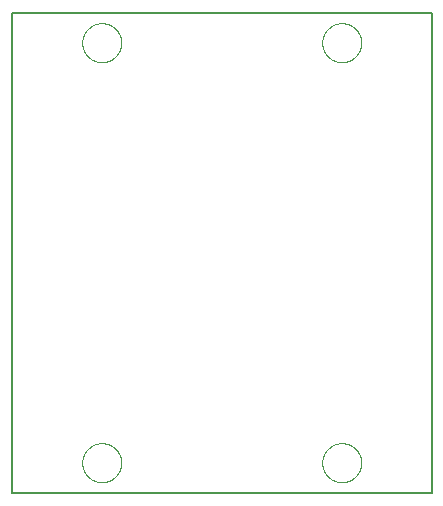
<source format=gko>
G75*
%MOIN*%
%OFA0B0*%
%FSLAX25Y25*%
%IPPOS*%
%LPD*%
%AMOC8*
5,1,8,0,0,1.08239X$1,22.5*
%
%ADD10C,0.00800*%
%ADD11C,0.00000*%
D10*
X0128333Y0125000D02*
X0268333Y0125000D01*
X0268333Y0285000D01*
X0128333Y0285000D01*
X0128333Y0125000D01*
D11*
X0151833Y0135000D02*
X0151835Y0135161D01*
X0151841Y0135321D01*
X0151851Y0135482D01*
X0151865Y0135642D01*
X0151883Y0135802D01*
X0151904Y0135961D01*
X0151930Y0136120D01*
X0151960Y0136278D01*
X0151993Y0136435D01*
X0152031Y0136592D01*
X0152072Y0136747D01*
X0152117Y0136901D01*
X0152166Y0137054D01*
X0152219Y0137206D01*
X0152275Y0137357D01*
X0152336Y0137506D01*
X0152399Y0137654D01*
X0152467Y0137800D01*
X0152538Y0137944D01*
X0152612Y0138086D01*
X0152690Y0138227D01*
X0152772Y0138365D01*
X0152857Y0138502D01*
X0152945Y0138636D01*
X0153037Y0138768D01*
X0153132Y0138898D01*
X0153230Y0139026D01*
X0153331Y0139151D01*
X0153435Y0139273D01*
X0153542Y0139393D01*
X0153652Y0139510D01*
X0153765Y0139625D01*
X0153881Y0139736D01*
X0154000Y0139845D01*
X0154121Y0139950D01*
X0154245Y0140053D01*
X0154371Y0140153D01*
X0154499Y0140249D01*
X0154630Y0140342D01*
X0154764Y0140432D01*
X0154899Y0140519D01*
X0155037Y0140602D01*
X0155176Y0140682D01*
X0155318Y0140758D01*
X0155461Y0140831D01*
X0155606Y0140900D01*
X0155753Y0140966D01*
X0155901Y0141028D01*
X0156051Y0141086D01*
X0156202Y0141141D01*
X0156355Y0141192D01*
X0156509Y0141239D01*
X0156664Y0141282D01*
X0156820Y0141321D01*
X0156976Y0141357D01*
X0157134Y0141388D01*
X0157292Y0141416D01*
X0157451Y0141440D01*
X0157611Y0141460D01*
X0157771Y0141476D01*
X0157931Y0141488D01*
X0158092Y0141496D01*
X0158253Y0141500D01*
X0158413Y0141500D01*
X0158574Y0141496D01*
X0158735Y0141488D01*
X0158895Y0141476D01*
X0159055Y0141460D01*
X0159215Y0141440D01*
X0159374Y0141416D01*
X0159532Y0141388D01*
X0159690Y0141357D01*
X0159846Y0141321D01*
X0160002Y0141282D01*
X0160157Y0141239D01*
X0160311Y0141192D01*
X0160464Y0141141D01*
X0160615Y0141086D01*
X0160765Y0141028D01*
X0160913Y0140966D01*
X0161060Y0140900D01*
X0161205Y0140831D01*
X0161348Y0140758D01*
X0161490Y0140682D01*
X0161629Y0140602D01*
X0161767Y0140519D01*
X0161902Y0140432D01*
X0162036Y0140342D01*
X0162167Y0140249D01*
X0162295Y0140153D01*
X0162421Y0140053D01*
X0162545Y0139950D01*
X0162666Y0139845D01*
X0162785Y0139736D01*
X0162901Y0139625D01*
X0163014Y0139510D01*
X0163124Y0139393D01*
X0163231Y0139273D01*
X0163335Y0139151D01*
X0163436Y0139026D01*
X0163534Y0138898D01*
X0163629Y0138768D01*
X0163721Y0138636D01*
X0163809Y0138502D01*
X0163894Y0138365D01*
X0163976Y0138227D01*
X0164054Y0138086D01*
X0164128Y0137944D01*
X0164199Y0137800D01*
X0164267Y0137654D01*
X0164330Y0137506D01*
X0164391Y0137357D01*
X0164447Y0137206D01*
X0164500Y0137054D01*
X0164549Y0136901D01*
X0164594Y0136747D01*
X0164635Y0136592D01*
X0164673Y0136435D01*
X0164706Y0136278D01*
X0164736Y0136120D01*
X0164762Y0135961D01*
X0164783Y0135802D01*
X0164801Y0135642D01*
X0164815Y0135482D01*
X0164825Y0135321D01*
X0164831Y0135161D01*
X0164833Y0135000D01*
X0164831Y0134839D01*
X0164825Y0134679D01*
X0164815Y0134518D01*
X0164801Y0134358D01*
X0164783Y0134198D01*
X0164762Y0134039D01*
X0164736Y0133880D01*
X0164706Y0133722D01*
X0164673Y0133565D01*
X0164635Y0133408D01*
X0164594Y0133253D01*
X0164549Y0133099D01*
X0164500Y0132946D01*
X0164447Y0132794D01*
X0164391Y0132643D01*
X0164330Y0132494D01*
X0164267Y0132346D01*
X0164199Y0132200D01*
X0164128Y0132056D01*
X0164054Y0131914D01*
X0163976Y0131773D01*
X0163894Y0131635D01*
X0163809Y0131498D01*
X0163721Y0131364D01*
X0163629Y0131232D01*
X0163534Y0131102D01*
X0163436Y0130974D01*
X0163335Y0130849D01*
X0163231Y0130727D01*
X0163124Y0130607D01*
X0163014Y0130490D01*
X0162901Y0130375D01*
X0162785Y0130264D01*
X0162666Y0130155D01*
X0162545Y0130050D01*
X0162421Y0129947D01*
X0162295Y0129847D01*
X0162167Y0129751D01*
X0162036Y0129658D01*
X0161902Y0129568D01*
X0161767Y0129481D01*
X0161629Y0129398D01*
X0161490Y0129318D01*
X0161348Y0129242D01*
X0161205Y0129169D01*
X0161060Y0129100D01*
X0160913Y0129034D01*
X0160765Y0128972D01*
X0160615Y0128914D01*
X0160464Y0128859D01*
X0160311Y0128808D01*
X0160157Y0128761D01*
X0160002Y0128718D01*
X0159846Y0128679D01*
X0159690Y0128643D01*
X0159532Y0128612D01*
X0159374Y0128584D01*
X0159215Y0128560D01*
X0159055Y0128540D01*
X0158895Y0128524D01*
X0158735Y0128512D01*
X0158574Y0128504D01*
X0158413Y0128500D01*
X0158253Y0128500D01*
X0158092Y0128504D01*
X0157931Y0128512D01*
X0157771Y0128524D01*
X0157611Y0128540D01*
X0157451Y0128560D01*
X0157292Y0128584D01*
X0157134Y0128612D01*
X0156976Y0128643D01*
X0156820Y0128679D01*
X0156664Y0128718D01*
X0156509Y0128761D01*
X0156355Y0128808D01*
X0156202Y0128859D01*
X0156051Y0128914D01*
X0155901Y0128972D01*
X0155753Y0129034D01*
X0155606Y0129100D01*
X0155461Y0129169D01*
X0155318Y0129242D01*
X0155176Y0129318D01*
X0155037Y0129398D01*
X0154899Y0129481D01*
X0154764Y0129568D01*
X0154630Y0129658D01*
X0154499Y0129751D01*
X0154371Y0129847D01*
X0154245Y0129947D01*
X0154121Y0130050D01*
X0154000Y0130155D01*
X0153881Y0130264D01*
X0153765Y0130375D01*
X0153652Y0130490D01*
X0153542Y0130607D01*
X0153435Y0130727D01*
X0153331Y0130849D01*
X0153230Y0130974D01*
X0153132Y0131102D01*
X0153037Y0131232D01*
X0152945Y0131364D01*
X0152857Y0131498D01*
X0152772Y0131635D01*
X0152690Y0131773D01*
X0152612Y0131914D01*
X0152538Y0132056D01*
X0152467Y0132200D01*
X0152399Y0132346D01*
X0152336Y0132494D01*
X0152275Y0132643D01*
X0152219Y0132794D01*
X0152166Y0132946D01*
X0152117Y0133099D01*
X0152072Y0133253D01*
X0152031Y0133408D01*
X0151993Y0133565D01*
X0151960Y0133722D01*
X0151930Y0133880D01*
X0151904Y0134039D01*
X0151883Y0134198D01*
X0151865Y0134358D01*
X0151851Y0134518D01*
X0151841Y0134679D01*
X0151835Y0134839D01*
X0151833Y0135000D01*
X0231833Y0135000D02*
X0231835Y0135161D01*
X0231841Y0135321D01*
X0231851Y0135482D01*
X0231865Y0135642D01*
X0231883Y0135802D01*
X0231904Y0135961D01*
X0231930Y0136120D01*
X0231960Y0136278D01*
X0231993Y0136435D01*
X0232031Y0136592D01*
X0232072Y0136747D01*
X0232117Y0136901D01*
X0232166Y0137054D01*
X0232219Y0137206D01*
X0232275Y0137357D01*
X0232336Y0137506D01*
X0232399Y0137654D01*
X0232467Y0137800D01*
X0232538Y0137944D01*
X0232612Y0138086D01*
X0232690Y0138227D01*
X0232772Y0138365D01*
X0232857Y0138502D01*
X0232945Y0138636D01*
X0233037Y0138768D01*
X0233132Y0138898D01*
X0233230Y0139026D01*
X0233331Y0139151D01*
X0233435Y0139273D01*
X0233542Y0139393D01*
X0233652Y0139510D01*
X0233765Y0139625D01*
X0233881Y0139736D01*
X0234000Y0139845D01*
X0234121Y0139950D01*
X0234245Y0140053D01*
X0234371Y0140153D01*
X0234499Y0140249D01*
X0234630Y0140342D01*
X0234764Y0140432D01*
X0234899Y0140519D01*
X0235037Y0140602D01*
X0235176Y0140682D01*
X0235318Y0140758D01*
X0235461Y0140831D01*
X0235606Y0140900D01*
X0235753Y0140966D01*
X0235901Y0141028D01*
X0236051Y0141086D01*
X0236202Y0141141D01*
X0236355Y0141192D01*
X0236509Y0141239D01*
X0236664Y0141282D01*
X0236820Y0141321D01*
X0236976Y0141357D01*
X0237134Y0141388D01*
X0237292Y0141416D01*
X0237451Y0141440D01*
X0237611Y0141460D01*
X0237771Y0141476D01*
X0237931Y0141488D01*
X0238092Y0141496D01*
X0238253Y0141500D01*
X0238413Y0141500D01*
X0238574Y0141496D01*
X0238735Y0141488D01*
X0238895Y0141476D01*
X0239055Y0141460D01*
X0239215Y0141440D01*
X0239374Y0141416D01*
X0239532Y0141388D01*
X0239690Y0141357D01*
X0239846Y0141321D01*
X0240002Y0141282D01*
X0240157Y0141239D01*
X0240311Y0141192D01*
X0240464Y0141141D01*
X0240615Y0141086D01*
X0240765Y0141028D01*
X0240913Y0140966D01*
X0241060Y0140900D01*
X0241205Y0140831D01*
X0241348Y0140758D01*
X0241490Y0140682D01*
X0241629Y0140602D01*
X0241767Y0140519D01*
X0241902Y0140432D01*
X0242036Y0140342D01*
X0242167Y0140249D01*
X0242295Y0140153D01*
X0242421Y0140053D01*
X0242545Y0139950D01*
X0242666Y0139845D01*
X0242785Y0139736D01*
X0242901Y0139625D01*
X0243014Y0139510D01*
X0243124Y0139393D01*
X0243231Y0139273D01*
X0243335Y0139151D01*
X0243436Y0139026D01*
X0243534Y0138898D01*
X0243629Y0138768D01*
X0243721Y0138636D01*
X0243809Y0138502D01*
X0243894Y0138365D01*
X0243976Y0138227D01*
X0244054Y0138086D01*
X0244128Y0137944D01*
X0244199Y0137800D01*
X0244267Y0137654D01*
X0244330Y0137506D01*
X0244391Y0137357D01*
X0244447Y0137206D01*
X0244500Y0137054D01*
X0244549Y0136901D01*
X0244594Y0136747D01*
X0244635Y0136592D01*
X0244673Y0136435D01*
X0244706Y0136278D01*
X0244736Y0136120D01*
X0244762Y0135961D01*
X0244783Y0135802D01*
X0244801Y0135642D01*
X0244815Y0135482D01*
X0244825Y0135321D01*
X0244831Y0135161D01*
X0244833Y0135000D01*
X0244831Y0134839D01*
X0244825Y0134679D01*
X0244815Y0134518D01*
X0244801Y0134358D01*
X0244783Y0134198D01*
X0244762Y0134039D01*
X0244736Y0133880D01*
X0244706Y0133722D01*
X0244673Y0133565D01*
X0244635Y0133408D01*
X0244594Y0133253D01*
X0244549Y0133099D01*
X0244500Y0132946D01*
X0244447Y0132794D01*
X0244391Y0132643D01*
X0244330Y0132494D01*
X0244267Y0132346D01*
X0244199Y0132200D01*
X0244128Y0132056D01*
X0244054Y0131914D01*
X0243976Y0131773D01*
X0243894Y0131635D01*
X0243809Y0131498D01*
X0243721Y0131364D01*
X0243629Y0131232D01*
X0243534Y0131102D01*
X0243436Y0130974D01*
X0243335Y0130849D01*
X0243231Y0130727D01*
X0243124Y0130607D01*
X0243014Y0130490D01*
X0242901Y0130375D01*
X0242785Y0130264D01*
X0242666Y0130155D01*
X0242545Y0130050D01*
X0242421Y0129947D01*
X0242295Y0129847D01*
X0242167Y0129751D01*
X0242036Y0129658D01*
X0241902Y0129568D01*
X0241767Y0129481D01*
X0241629Y0129398D01*
X0241490Y0129318D01*
X0241348Y0129242D01*
X0241205Y0129169D01*
X0241060Y0129100D01*
X0240913Y0129034D01*
X0240765Y0128972D01*
X0240615Y0128914D01*
X0240464Y0128859D01*
X0240311Y0128808D01*
X0240157Y0128761D01*
X0240002Y0128718D01*
X0239846Y0128679D01*
X0239690Y0128643D01*
X0239532Y0128612D01*
X0239374Y0128584D01*
X0239215Y0128560D01*
X0239055Y0128540D01*
X0238895Y0128524D01*
X0238735Y0128512D01*
X0238574Y0128504D01*
X0238413Y0128500D01*
X0238253Y0128500D01*
X0238092Y0128504D01*
X0237931Y0128512D01*
X0237771Y0128524D01*
X0237611Y0128540D01*
X0237451Y0128560D01*
X0237292Y0128584D01*
X0237134Y0128612D01*
X0236976Y0128643D01*
X0236820Y0128679D01*
X0236664Y0128718D01*
X0236509Y0128761D01*
X0236355Y0128808D01*
X0236202Y0128859D01*
X0236051Y0128914D01*
X0235901Y0128972D01*
X0235753Y0129034D01*
X0235606Y0129100D01*
X0235461Y0129169D01*
X0235318Y0129242D01*
X0235176Y0129318D01*
X0235037Y0129398D01*
X0234899Y0129481D01*
X0234764Y0129568D01*
X0234630Y0129658D01*
X0234499Y0129751D01*
X0234371Y0129847D01*
X0234245Y0129947D01*
X0234121Y0130050D01*
X0234000Y0130155D01*
X0233881Y0130264D01*
X0233765Y0130375D01*
X0233652Y0130490D01*
X0233542Y0130607D01*
X0233435Y0130727D01*
X0233331Y0130849D01*
X0233230Y0130974D01*
X0233132Y0131102D01*
X0233037Y0131232D01*
X0232945Y0131364D01*
X0232857Y0131498D01*
X0232772Y0131635D01*
X0232690Y0131773D01*
X0232612Y0131914D01*
X0232538Y0132056D01*
X0232467Y0132200D01*
X0232399Y0132346D01*
X0232336Y0132494D01*
X0232275Y0132643D01*
X0232219Y0132794D01*
X0232166Y0132946D01*
X0232117Y0133099D01*
X0232072Y0133253D01*
X0232031Y0133408D01*
X0231993Y0133565D01*
X0231960Y0133722D01*
X0231930Y0133880D01*
X0231904Y0134039D01*
X0231883Y0134198D01*
X0231865Y0134358D01*
X0231851Y0134518D01*
X0231841Y0134679D01*
X0231835Y0134839D01*
X0231833Y0135000D01*
X0231833Y0275000D02*
X0231835Y0275161D01*
X0231841Y0275321D01*
X0231851Y0275482D01*
X0231865Y0275642D01*
X0231883Y0275802D01*
X0231904Y0275961D01*
X0231930Y0276120D01*
X0231960Y0276278D01*
X0231993Y0276435D01*
X0232031Y0276592D01*
X0232072Y0276747D01*
X0232117Y0276901D01*
X0232166Y0277054D01*
X0232219Y0277206D01*
X0232275Y0277357D01*
X0232336Y0277506D01*
X0232399Y0277654D01*
X0232467Y0277800D01*
X0232538Y0277944D01*
X0232612Y0278086D01*
X0232690Y0278227D01*
X0232772Y0278365D01*
X0232857Y0278502D01*
X0232945Y0278636D01*
X0233037Y0278768D01*
X0233132Y0278898D01*
X0233230Y0279026D01*
X0233331Y0279151D01*
X0233435Y0279273D01*
X0233542Y0279393D01*
X0233652Y0279510D01*
X0233765Y0279625D01*
X0233881Y0279736D01*
X0234000Y0279845D01*
X0234121Y0279950D01*
X0234245Y0280053D01*
X0234371Y0280153D01*
X0234499Y0280249D01*
X0234630Y0280342D01*
X0234764Y0280432D01*
X0234899Y0280519D01*
X0235037Y0280602D01*
X0235176Y0280682D01*
X0235318Y0280758D01*
X0235461Y0280831D01*
X0235606Y0280900D01*
X0235753Y0280966D01*
X0235901Y0281028D01*
X0236051Y0281086D01*
X0236202Y0281141D01*
X0236355Y0281192D01*
X0236509Y0281239D01*
X0236664Y0281282D01*
X0236820Y0281321D01*
X0236976Y0281357D01*
X0237134Y0281388D01*
X0237292Y0281416D01*
X0237451Y0281440D01*
X0237611Y0281460D01*
X0237771Y0281476D01*
X0237931Y0281488D01*
X0238092Y0281496D01*
X0238253Y0281500D01*
X0238413Y0281500D01*
X0238574Y0281496D01*
X0238735Y0281488D01*
X0238895Y0281476D01*
X0239055Y0281460D01*
X0239215Y0281440D01*
X0239374Y0281416D01*
X0239532Y0281388D01*
X0239690Y0281357D01*
X0239846Y0281321D01*
X0240002Y0281282D01*
X0240157Y0281239D01*
X0240311Y0281192D01*
X0240464Y0281141D01*
X0240615Y0281086D01*
X0240765Y0281028D01*
X0240913Y0280966D01*
X0241060Y0280900D01*
X0241205Y0280831D01*
X0241348Y0280758D01*
X0241490Y0280682D01*
X0241629Y0280602D01*
X0241767Y0280519D01*
X0241902Y0280432D01*
X0242036Y0280342D01*
X0242167Y0280249D01*
X0242295Y0280153D01*
X0242421Y0280053D01*
X0242545Y0279950D01*
X0242666Y0279845D01*
X0242785Y0279736D01*
X0242901Y0279625D01*
X0243014Y0279510D01*
X0243124Y0279393D01*
X0243231Y0279273D01*
X0243335Y0279151D01*
X0243436Y0279026D01*
X0243534Y0278898D01*
X0243629Y0278768D01*
X0243721Y0278636D01*
X0243809Y0278502D01*
X0243894Y0278365D01*
X0243976Y0278227D01*
X0244054Y0278086D01*
X0244128Y0277944D01*
X0244199Y0277800D01*
X0244267Y0277654D01*
X0244330Y0277506D01*
X0244391Y0277357D01*
X0244447Y0277206D01*
X0244500Y0277054D01*
X0244549Y0276901D01*
X0244594Y0276747D01*
X0244635Y0276592D01*
X0244673Y0276435D01*
X0244706Y0276278D01*
X0244736Y0276120D01*
X0244762Y0275961D01*
X0244783Y0275802D01*
X0244801Y0275642D01*
X0244815Y0275482D01*
X0244825Y0275321D01*
X0244831Y0275161D01*
X0244833Y0275000D01*
X0244831Y0274839D01*
X0244825Y0274679D01*
X0244815Y0274518D01*
X0244801Y0274358D01*
X0244783Y0274198D01*
X0244762Y0274039D01*
X0244736Y0273880D01*
X0244706Y0273722D01*
X0244673Y0273565D01*
X0244635Y0273408D01*
X0244594Y0273253D01*
X0244549Y0273099D01*
X0244500Y0272946D01*
X0244447Y0272794D01*
X0244391Y0272643D01*
X0244330Y0272494D01*
X0244267Y0272346D01*
X0244199Y0272200D01*
X0244128Y0272056D01*
X0244054Y0271914D01*
X0243976Y0271773D01*
X0243894Y0271635D01*
X0243809Y0271498D01*
X0243721Y0271364D01*
X0243629Y0271232D01*
X0243534Y0271102D01*
X0243436Y0270974D01*
X0243335Y0270849D01*
X0243231Y0270727D01*
X0243124Y0270607D01*
X0243014Y0270490D01*
X0242901Y0270375D01*
X0242785Y0270264D01*
X0242666Y0270155D01*
X0242545Y0270050D01*
X0242421Y0269947D01*
X0242295Y0269847D01*
X0242167Y0269751D01*
X0242036Y0269658D01*
X0241902Y0269568D01*
X0241767Y0269481D01*
X0241629Y0269398D01*
X0241490Y0269318D01*
X0241348Y0269242D01*
X0241205Y0269169D01*
X0241060Y0269100D01*
X0240913Y0269034D01*
X0240765Y0268972D01*
X0240615Y0268914D01*
X0240464Y0268859D01*
X0240311Y0268808D01*
X0240157Y0268761D01*
X0240002Y0268718D01*
X0239846Y0268679D01*
X0239690Y0268643D01*
X0239532Y0268612D01*
X0239374Y0268584D01*
X0239215Y0268560D01*
X0239055Y0268540D01*
X0238895Y0268524D01*
X0238735Y0268512D01*
X0238574Y0268504D01*
X0238413Y0268500D01*
X0238253Y0268500D01*
X0238092Y0268504D01*
X0237931Y0268512D01*
X0237771Y0268524D01*
X0237611Y0268540D01*
X0237451Y0268560D01*
X0237292Y0268584D01*
X0237134Y0268612D01*
X0236976Y0268643D01*
X0236820Y0268679D01*
X0236664Y0268718D01*
X0236509Y0268761D01*
X0236355Y0268808D01*
X0236202Y0268859D01*
X0236051Y0268914D01*
X0235901Y0268972D01*
X0235753Y0269034D01*
X0235606Y0269100D01*
X0235461Y0269169D01*
X0235318Y0269242D01*
X0235176Y0269318D01*
X0235037Y0269398D01*
X0234899Y0269481D01*
X0234764Y0269568D01*
X0234630Y0269658D01*
X0234499Y0269751D01*
X0234371Y0269847D01*
X0234245Y0269947D01*
X0234121Y0270050D01*
X0234000Y0270155D01*
X0233881Y0270264D01*
X0233765Y0270375D01*
X0233652Y0270490D01*
X0233542Y0270607D01*
X0233435Y0270727D01*
X0233331Y0270849D01*
X0233230Y0270974D01*
X0233132Y0271102D01*
X0233037Y0271232D01*
X0232945Y0271364D01*
X0232857Y0271498D01*
X0232772Y0271635D01*
X0232690Y0271773D01*
X0232612Y0271914D01*
X0232538Y0272056D01*
X0232467Y0272200D01*
X0232399Y0272346D01*
X0232336Y0272494D01*
X0232275Y0272643D01*
X0232219Y0272794D01*
X0232166Y0272946D01*
X0232117Y0273099D01*
X0232072Y0273253D01*
X0232031Y0273408D01*
X0231993Y0273565D01*
X0231960Y0273722D01*
X0231930Y0273880D01*
X0231904Y0274039D01*
X0231883Y0274198D01*
X0231865Y0274358D01*
X0231851Y0274518D01*
X0231841Y0274679D01*
X0231835Y0274839D01*
X0231833Y0275000D01*
X0151833Y0275000D02*
X0151835Y0275161D01*
X0151841Y0275321D01*
X0151851Y0275482D01*
X0151865Y0275642D01*
X0151883Y0275802D01*
X0151904Y0275961D01*
X0151930Y0276120D01*
X0151960Y0276278D01*
X0151993Y0276435D01*
X0152031Y0276592D01*
X0152072Y0276747D01*
X0152117Y0276901D01*
X0152166Y0277054D01*
X0152219Y0277206D01*
X0152275Y0277357D01*
X0152336Y0277506D01*
X0152399Y0277654D01*
X0152467Y0277800D01*
X0152538Y0277944D01*
X0152612Y0278086D01*
X0152690Y0278227D01*
X0152772Y0278365D01*
X0152857Y0278502D01*
X0152945Y0278636D01*
X0153037Y0278768D01*
X0153132Y0278898D01*
X0153230Y0279026D01*
X0153331Y0279151D01*
X0153435Y0279273D01*
X0153542Y0279393D01*
X0153652Y0279510D01*
X0153765Y0279625D01*
X0153881Y0279736D01*
X0154000Y0279845D01*
X0154121Y0279950D01*
X0154245Y0280053D01*
X0154371Y0280153D01*
X0154499Y0280249D01*
X0154630Y0280342D01*
X0154764Y0280432D01*
X0154899Y0280519D01*
X0155037Y0280602D01*
X0155176Y0280682D01*
X0155318Y0280758D01*
X0155461Y0280831D01*
X0155606Y0280900D01*
X0155753Y0280966D01*
X0155901Y0281028D01*
X0156051Y0281086D01*
X0156202Y0281141D01*
X0156355Y0281192D01*
X0156509Y0281239D01*
X0156664Y0281282D01*
X0156820Y0281321D01*
X0156976Y0281357D01*
X0157134Y0281388D01*
X0157292Y0281416D01*
X0157451Y0281440D01*
X0157611Y0281460D01*
X0157771Y0281476D01*
X0157931Y0281488D01*
X0158092Y0281496D01*
X0158253Y0281500D01*
X0158413Y0281500D01*
X0158574Y0281496D01*
X0158735Y0281488D01*
X0158895Y0281476D01*
X0159055Y0281460D01*
X0159215Y0281440D01*
X0159374Y0281416D01*
X0159532Y0281388D01*
X0159690Y0281357D01*
X0159846Y0281321D01*
X0160002Y0281282D01*
X0160157Y0281239D01*
X0160311Y0281192D01*
X0160464Y0281141D01*
X0160615Y0281086D01*
X0160765Y0281028D01*
X0160913Y0280966D01*
X0161060Y0280900D01*
X0161205Y0280831D01*
X0161348Y0280758D01*
X0161490Y0280682D01*
X0161629Y0280602D01*
X0161767Y0280519D01*
X0161902Y0280432D01*
X0162036Y0280342D01*
X0162167Y0280249D01*
X0162295Y0280153D01*
X0162421Y0280053D01*
X0162545Y0279950D01*
X0162666Y0279845D01*
X0162785Y0279736D01*
X0162901Y0279625D01*
X0163014Y0279510D01*
X0163124Y0279393D01*
X0163231Y0279273D01*
X0163335Y0279151D01*
X0163436Y0279026D01*
X0163534Y0278898D01*
X0163629Y0278768D01*
X0163721Y0278636D01*
X0163809Y0278502D01*
X0163894Y0278365D01*
X0163976Y0278227D01*
X0164054Y0278086D01*
X0164128Y0277944D01*
X0164199Y0277800D01*
X0164267Y0277654D01*
X0164330Y0277506D01*
X0164391Y0277357D01*
X0164447Y0277206D01*
X0164500Y0277054D01*
X0164549Y0276901D01*
X0164594Y0276747D01*
X0164635Y0276592D01*
X0164673Y0276435D01*
X0164706Y0276278D01*
X0164736Y0276120D01*
X0164762Y0275961D01*
X0164783Y0275802D01*
X0164801Y0275642D01*
X0164815Y0275482D01*
X0164825Y0275321D01*
X0164831Y0275161D01*
X0164833Y0275000D01*
X0164831Y0274839D01*
X0164825Y0274679D01*
X0164815Y0274518D01*
X0164801Y0274358D01*
X0164783Y0274198D01*
X0164762Y0274039D01*
X0164736Y0273880D01*
X0164706Y0273722D01*
X0164673Y0273565D01*
X0164635Y0273408D01*
X0164594Y0273253D01*
X0164549Y0273099D01*
X0164500Y0272946D01*
X0164447Y0272794D01*
X0164391Y0272643D01*
X0164330Y0272494D01*
X0164267Y0272346D01*
X0164199Y0272200D01*
X0164128Y0272056D01*
X0164054Y0271914D01*
X0163976Y0271773D01*
X0163894Y0271635D01*
X0163809Y0271498D01*
X0163721Y0271364D01*
X0163629Y0271232D01*
X0163534Y0271102D01*
X0163436Y0270974D01*
X0163335Y0270849D01*
X0163231Y0270727D01*
X0163124Y0270607D01*
X0163014Y0270490D01*
X0162901Y0270375D01*
X0162785Y0270264D01*
X0162666Y0270155D01*
X0162545Y0270050D01*
X0162421Y0269947D01*
X0162295Y0269847D01*
X0162167Y0269751D01*
X0162036Y0269658D01*
X0161902Y0269568D01*
X0161767Y0269481D01*
X0161629Y0269398D01*
X0161490Y0269318D01*
X0161348Y0269242D01*
X0161205Y0269169D01*
X0161060Y0269100D01*
X0160913Y0269034D01*
X0160765Y0268972D01*
X0160615Y0268914D01*
X0160464Y0268859D01*
X0160311Y0268808D01*
X0160157Y0268761D01*
X0160002Y0268718D01*
X0159846Y0268679D01*
X0159690Y0268643D01*
X0159532Y0268612D01*
X0159374Y0268584D01*
X0159215Y0268560D01*
X0159055Y0268540D01*
X0158895Y0268524D01*
X0158735Y0268512D01*
X0158574Y0268504D01*
X0158413Y0268500D01*
X0158253Y0268500D01*
X0158092Y0268504D01*
X0157931Y0268512D01*
X0157771Y0268524D01*
X0157611Y0268540D01*
X0157451Y0268560D01*
X0157292Y0268584D01*
X0157134Y0268612D01*
X0156976Y0268643D01*
X0156820Y0268679D01*
X0156664Y0268718D01*
X0156509Y0268761D01*
X0156355Y0268808D01*
X0156202Y0268859D01*
X0156051Y0268914D01*
X0155901Y0268972D01*
X0155753Y0269034D01*
X0155606Y0269100D01*
X0155461Y0269169D01*
X0155318Y0269242D01*
X0155176Y0269318D01*
X0155037Y0269398D01*
X0154899Y0269481D01*
X0154764Y0269568D01*
X0154630Y0269658D01*
X0154499Y0269751D01*
X0154371Y0269847D01*
X0154245Y0269947D01*
X0154121Y0270050D01*
X0154000Y0270155D01*
X0153881Y0270264D01*
X0153765Y0270375D01*
X0153652Y0270490D01*
X0153542Y0270607D01*
X0153435Y0270727D01*
X0153331Y0270849D01*
X0153230Y0270974D01*
X0153132Y0271102D01*
X0153037Y0271232D01*
X0152945Y0271364D01*
X0152857Y0271498D01*
X0152772Y0271635D01*
X0152690Y0271773D01*
X0152612Y0271914D01*
X0152538Y0272056D01*
X0152467Y0272200D01*
X0152399Y0272346D01*
X0152336Y0272494D01*
X0152275Y0272643D01*
X0152219Y0272794D01*
X0152166Y0272946D01*
X0152117Y0273099D01*
X0152072Y0273253D01*
X0152031Y0273408D01*
X0151993Y0273565D01*
X0151960Y0273722D01*
X0151930Y0273880D01*
X0151904Y0274039D01*
X0151883Y0274198D01*
X0151865Y0274358D01*
X0151851Y0274518D01*
X0151841Y0274679D01*
X0151835Y0274839D01*
X0151833Y0275000D01*
M02*

</source>
